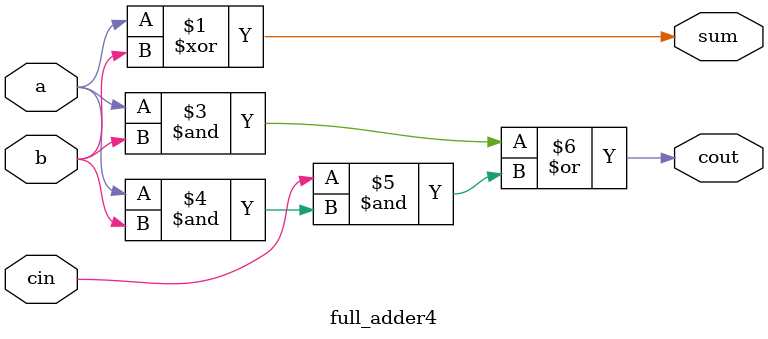
<source format=v>
module full_adder4(a,b,cin,sum,cout);
input a,b,cin;
output sum,cout;
assign sum = a^b^1'b0;
assign cout = a&b|cin&(a&b); 
// initial begin
//     $display("The incorrect adder with xor1 having in2/0");
// end   
endmodule
</source>
